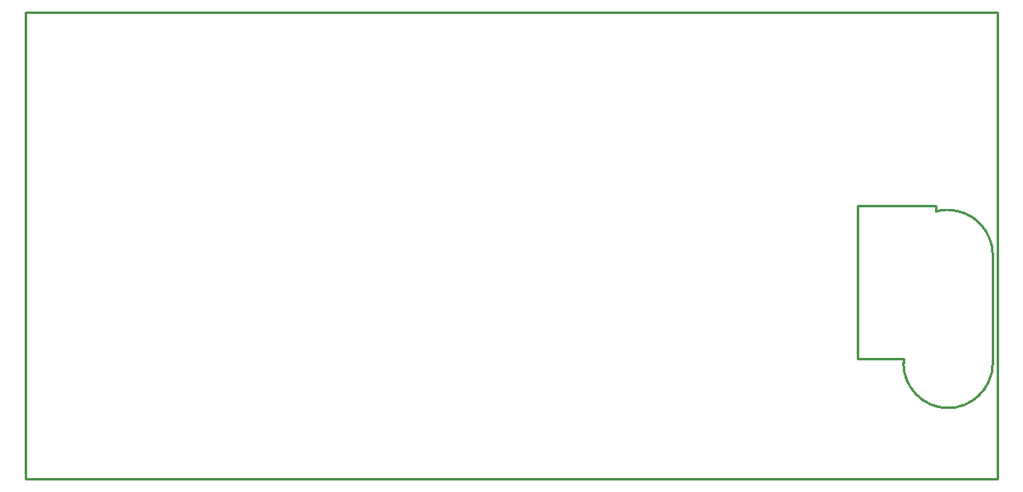
<source format=gm1>
G04*
G04 #@! TF.GenerationSoftware,Altium Limited,Altium Designer,23.4.1 (23)*
G04*
G04 Layer_Color=16711935*
%FSLAX25Y25*%
%MOIN*%
G70*
G04*
G04 #@! TF.SameCoordinates,99A001A7-D63A-4E88-881B-6C0508A0781D*
G04*
G04*
G04 #@! TF.FilePolarity,Positive*
G04*
G01*
G75*
%ADD13C,0.01000*%
D13*
X373228Y28740D02*
G03*
X391732Y46850I197J18307D01*
G01*
X355512Y47244D02*
G03*
X373622Y28740I18307J-197D01*
G01*
X373228Y109055D02*
G03*
X368879Y108579I-197J-18307D01*
G01*
X391732Y90551D02*
G03*
X373622Y109055I-18307J197D01*
G01*
X0Y0D02*
X393701D01*
X0Y188976D02*
X393701D01*
Y0D02*
Y188976D01*
X0Y0D02*
Y188976D01*
X368701Y108465D02*
Y110630D01*
X336811Y48819D02*
X355512D01*
Y47244D02*
Y48819D01*
X336811D02*
Y110630D01*
X368701D01*
X391732Y46850D02*
Y90551D01*
M02*

</source>
